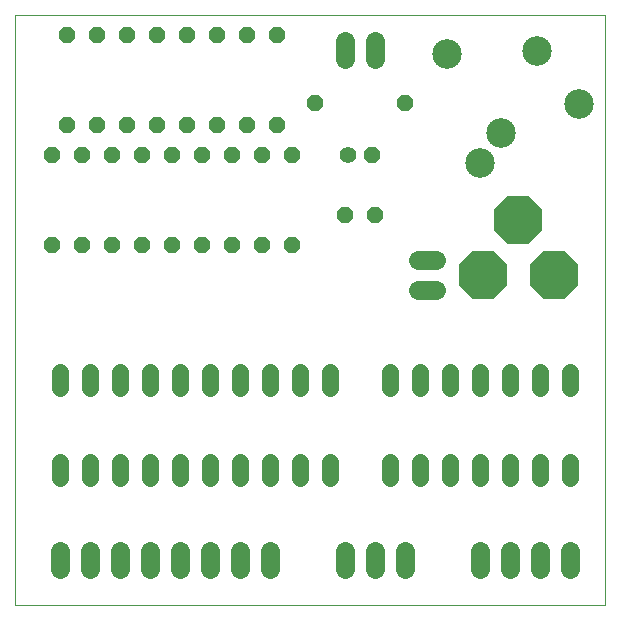
<source format=gts>
G75*
%MOIN*%
%OFA0B0*%
%FSLAX25Y25*%
%IPPOS*%
%LPD*%
%AMOC8*
5,1,8,0,0,1.08239X$1,22.5*
%
%ADD10C,0.00000*%
%ADD11OC8,0.05600*%
%ADD12C,0.05600*%
%ADD13C,0.05600*%
%ADD14C,0.06400*%
%ADD15C,0.09849*%
%ADD16OC8,0.16148*%
%ADD17C,0.08077*%
D10*
X0001800Y0001800D02*
X0001800Y0198650D01*
X0198650Y0198650D01*
X0198650Y0001800D01*
X0001800Y0001800D01*
D11*
X0014300Y0121800D03*
X0024300Y0121800D03*
X0034300Y0121800D03*
X0044300Y0121800D03*
X0054300Y0121800D03*
X0064300Y0121800D03*
X0074300Y0121800D03*
X0084300Y0121800D03*
X0094300Y0121800D03*
X0111800Y0131800D03*
X0121800Y0131800D03*
X0120800Y0151800D03*
X0131800Y0169300D03*
X0101800Y0169300D03*
X0089300Y0161800D03*
X0079300Y0161800D03*
X0069300Y0161800D03*
X0059300Y0161800D03*
X0049300Y0161800D03*
X0039300Y0161800D03*
X0029300Y0161800D03*
X0019300Y0161800D03*
X0014300Y0151800D03*
X0024300Y0151800D03*
X0034300Y0151800D03*
X0044300Y0151800D03*
X0054300Y0151800D03*
X0064300Y0151800D03*
X0074300Y0151800D03*
X0084300Y0151800D03*
X0094300Y0151800D03*
X0089300Y0191800D03*
X0079300Y0191800D03*
X0069300Y0191800D03*
X0059300Y0191800D03*
X0049300Y0191800D03*
X0039300Y0191800D03*
X0029300Y0191800D03*
X0019300Y0191800D03*
D12*
X0112800Y0151800D03*
D13*
X0106800Y0079400D02*
X0106800Y0074200D01*
X0096800Y0074200D02*
X0096800Y0079400D01*
X0086800Y0079400D02*
X0086800Y0074200D01*
X0076800Y0074200D02*
X0076800Y0079400D01*
X0066800Y0079400D02*
X0066800Y0074200D01*
X0056800Y0074200D02*
X0056800Y0079400D01*
X0046800Y0079400D02*
X0046800Y0074200D01*
X0036800Y0074200D02*
X0036800Y0079400D01*
X0026800Y0079400D02*
X0026800Y0074200D01*
X0016800Y0074200D02*
X0016800Y0079400D01*
X0016800Y0049400D02*
X0016800Y0044200D01*
X0026800Y0044200D02*
X0026800Y0049400D01*
X0036800Y0049400D02*
X0036800Y0044200D01*
X0046800Y0044200D02*
X0046800Y0049400D01*
X0056800Y0049400D02*
X0056800Y0044200D01*
X0066800Y0044200D02*
X0066800Y0049400D01*
X0076800Y0049400D02*
X0076800Y0044200D01*
X0086800Y0044200D02*
X0086800Y0049400D01*
X0096800Y0049400D02*
X0096800Y0044200D01*
X0106800Y0044200D02*
X0106800Y0049400D01*
X0126800Y0049400D02*
X0126800Y0044200D01*
X0136800Y0044200D02*
X0136800Y0049400D01*
X0146800Y0049400D02*
X0146800Y0044200D01*
X0156800Y0044200D02*
X0156800Y0049400D01*
X0166800Y0049400D02*
X0166800Y0044200D01*
X0176800Y0044200D02*
X0176800Y0049400D01*
X0186800Y0049400D02*
X0186800Y0044200D01*
X0186800Y0074200D02*
X0186800Y0079400D01*
X0176800Y0079400D02*
X0176800Y0074200D01*
X0166800Y0074200D02*
X0166800Y0079400D01*
X0156800Y0079400D02*
X0156800Y0074200D01*
X0146800Y0074200D02*
X0146800Y0079400D01*
X0136800Y0079400D02*
X0136800Y0074200D01*
X0126800Y0074200D02*
X0126800Y0079400D01*
D14*
X0136300Y0106800D02*
X0142300Y0106800D01*
X0142300Y0116800D02*
X0136300Y0116800D01*
X0121800Y0183800D02*
X0121800Y0189800D01*
X0111800Y0189800D02*
X0111800Y0183800D01*
X0111800Y0019800D02*
X0111800Y0013800D01*
X0121800Y0013800D02*
X0121800Y0019800D01*
X0131800Y0019800D02*
X0131800Y0013800D01*
X0156800Y0013800D02*
X0156800Y0019800D01*
X0166800Y0019800D02*
X0166800Y0013800D01*
X0176800Y0013800D02*
X0176800Y0019800D01*
X0186800Y0019800D02*
X0186800Y0013800D01*
X0086800Y0013800D02*
X0086800Y0019800D01*
X0076800Y0019800D02*
X0076800Y0013800D01*
X0066800Y0013800D02*
X0066800Y0019800D01*
X0056800Y0019800D02*
X0056800Y0013800D01*
X0046800Y0013800D02*
X0046800Y0019800D01*
X0036800Y0019800D02*
X0036800Y0013800D01*
X0026800Y0013800D02*
X0026800Y0019800D01*
X0016800Y0019800D02*
X0016800Y0013800D01*
D15*
X0157036Y0149280D03*
X0163729Y0159123D03*
X0189713Y0168965D03*
X0175934Y0186682D03*
X0146013Y0185501D03*
D16*
X0169674Y0130304D03*
X0157863Y0111800D03*
X0181485Y0111800D03*
D17*
X0181485Y0108650D03*
X0181485Y0114950D03*
X0172824Y0130304D03*
X0166524Y0130304D03*
X0157863Y0114950D03*
X0157863Y0108650D03*
M02*

</source>
